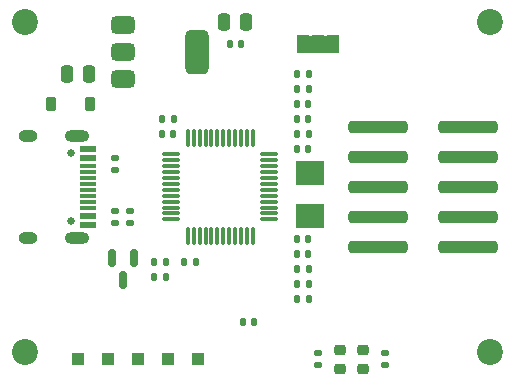
<source format=gbr>
G04 #@! TF.GenerationSoftware,KiCad,Pcbnew,9.0.2+dfsg-1*
G04 #@! TF.CreationDate,2025-08-10T10:43:45+08:00*
G04 #@! TF.ProjectId,stlink,73746c69-6e6b-42e6-9b69-6361645f7063,a*
G04 #@! TF.SameCoordinates,Original*
G04 #@! TF.FileFunction,Soldermask,Top*
G04 #@! TF.FilePolarity,Negative*
%FSLAX46Y46*%
G04 Gerber Fmt 4.6, Leading zero omitted, Abs format (unit mm)*
G04 Created by KiCad (PCBNEW 9.0.2+dfsg-1) date 2025-08-10 10:43:45*
%MOMM*%
%LPD*%
G01*
G04 APERTURE LIST*
G04 Aperture macros list*
%AMRoundRect*
0 Rectangle with rounded corners*
0 $1 Rounding radius*
0 $2 $3 $4 $5 $6 $7 $8 $9 X,Y pos of 4 corners*
0 Add a 4 corners polygon primitive as box body*
4,1,4,$2,$3,$4,$5,$6,$7,$8,$9,$2,$3,0*
0 Add four circle primitives for the rounded corners*
1,1,$1+$1,$2,$3*
1,1,$1+$1,$4,$5*
1,1,$1+$1,$6,$7*
1,1,$1+$1,$8,$9*
0 Add four rect primitives between the rounded corners*
20,1,$1+$1,$2,$3,$4,$5,0*
20,1,$1+$1,$4,$5,$6,$7,0*
20,1,$1+$1,$6,$7,$8,$9,0*
20,1,$1+$1,$8,$9,$2,$3,0*%
G04 Aperture macros list end*
%ADD10RoundRect,0.250000X0.250000X0.475000X-0.250000X0.475000X-0.250000X-0.475000X0.250000X-0.475000X0*%
%ADD11RoundRect,0.250000X-0.250000X-0.475000X0.250000X-0.475000X0.250000X0.475000X-0.250000X0.475000X0*%
%ADD12RoundRect,0.135000X-0.185000X0.135000X-0.185000X-0.135000X0.185000X-0.135000X0.185000X0.135000X0*%
%ADD13RoundRect,0.140000X-0.140000X-0.170000X0.140000X-0.170000X0.140000X0.170000X-0.140000X0.170000X0*%
%ADD14RoundRect,0.140000X0.140000X0.170000X-0.140000X0.170000X-0.140000X-0.170000X0.140000X-0.170000X0*%
%ADD15RoundRect,0.250000X-2.250000X-0.260000X2.250000X-0.260000X2.250000X0.260000X-2.250000X0.260000X0*%
%ADD16RoundRect,0.218750X-0.256250X0.218750X-0.256250X-0.218750X0.256250X-0.218750X0.256250X0.218750X0*%
%ADD17RoundRect,0.218750X0.256250X-0.218750X0.256250X0.218750X-0.256250X0.218750X-0.256250X-0.218750X0*%
%ADD18RoundRect,0.135000X0.185000X-0.135000X0.185000X0.135000X-0.185000X0.135000X-0.185000X-0.135000X0*%
%ADD19R,1.000000X1.000000*%
%ADD20RoundRect,0.225000X0.225000X0.375000X-0.225000X0.375000X-0.225000X-0.375000X0.225000X-0.375000X0*%
%ADD21RoundRect,0.075000X0.662500X0.075000X-0.662500X0.075000X-0.662500X-0.075000X0.662500X-0.075000X0*%
%ADD22RoundRect,0.075000X0.075000X0.662500X-0.075000X0.662500X-0.075000X-0.662500X0.075000X-0.662500X0*%
%ADD23RoundRect,0.135000X-0.135000X-0.185000X0.135000X-0.185000X0.135000X0.185000X-0.135000X0.185000X0*%
%ADD24RoundRect,0.135000X0.135000X0.185000X-0.135000X0.185000X-0.135000X-0.185000X0.135000X-0.185000X0*%
%ADD25RoundRect,0.150000X-0.150000X0.587500X-0.150000X-0.587500X0.150000X-0.587500X0.150000X0.587500X0*%
%ADD26R,2.400000X2.000000*%
%ADD27R,1.000000X1.500000*%
%ADD28C,2.200000*%
%ADD29C,0.650000*%
%ADD30R,1.450000X0.600000*%
%ADD31R,1.450000X0.300000*%
%ADD32O,2.100000X1.000000*%
%ADD33O,1.600000X1.000000*%
%ADD34RoundRect,0.375000X-0.625000X-0.375000X0.625000X-0.375000X0.625000X0.375000X-0.625000X0.375000X0*%
%ADD35RoundRect,0.500000X-0.500000X-1.400000X0.500000X-1.400000X0.500000X1.400000X-0.500000X1.400000X0*%
G04 APERTURE END LIST*
G04 #@! TO.C,JP1*
G36*
X128135000Y-76085000D02*
G01*
X129735000Y-76085000D01*
X129735000Y-77585000D01*
X128135000Y-77585000D01*
X128135000Y-76085000D01*
G37*
G04 #@! TD*
D10*
G04 #@! TO.C,C4*
X109535000Y-79375000D03*
X107635000Y-79375000D03*
G04 #@! TD*
D11*
G04 #@! TO.C,C5*
X120970000Y-74930000D03*
X122870000Y-74930000D03*
G04 #@! TD*
D12*
G04 #@! TO.C,R5*
X113030000Y-90930000D03*
X113030000Y-91950000D03*
G04 #@! TD*
D13*
G04 #@! TO.C,C6*
X127155000Y-94615000D03*
X128115000Y-94615000D03*
G04 #@! TD*
G04 #@! TO.C,C7*
X127155000Y-81915000D03*
X128115000Y-81915000D03*
G04 #@! TD*
D14*
G04 #@! TO.C,C8*
X116685000Y-84455000D03*
X115725000Y-84455000D03*
G04 #@! TD*
G04 #@! TO.C,C9*
X123515000Y-100330000D03*
X122555000Y-100330000D03*
G04 #@! TD*
D15*
G04 #@! TO.C,J2*
X133995000Y-83820000D03*
X141595000Y-83820000D03*
X133995000Y-86360000D03*
X141595000Y-86360000D03*
X133995000Y-88900000D03*
X141595000Y-88900000D03*
X133995000Y-91440000D03*
X141595000Y-91440000D03*
X133995000Y-93980000D03*
X141595000Y-93980000D03*
G04 #@! TD*
D13*
G04 #@! TO.C,C2*
X127155000Y-93345000D03*
X128115000Y-93345000D03*
G04 #@! TD*
G04 #@! TO.C,C3*
X127155000Y-85725000D03*
X128115000Y-85725000D03*
G04 #@! TD*
D16*
G04 #@! TO.C,D2*
X132715000Y-102717500D03*
X132715000Y-104292500D03*
G04 #@! TD*
D17*
G04 #@! TO.C,D3*
X130810000Y-104292500D03*
X130810000Y-102717500D03*
G04 #@! TD*
D18*
G04 #@! TO.C,R14*
X134620000Y-104015000D03*
X134620000Y-102995000D03*
G04 #@! TD*
D19*
G04 #@! TO.C,TP3*
X113665000Y-103505000D03*
G04 #@! TD*
D20*
G04 #@! TO.C,D1*
X109600000Y-81915000D03*
X106300000Y-81915000D03*
G04 #@! TD*
D21*
G04 #@! TO.C,U1*
X124812500Y-91650000D03*
X124812500Y-91150000D03*
X124812500Y-90650000D03*
X124812500Y-90150000D03*
X124812500Y-89650000D03*
X124812500Y-89150000D03*
X124812500Y-88650000D03*
X124812500Y-88150000D03*
X124812500Y-87650000D03*
X124812500Y-87150000D03*
X124812500Y-86650000D03*
X124812500Y-86150000D03*
D22*
X123400000Y-84737500D03*
X122900000Y-84737500D03*
X122400000Y-84737500D03*
X121900000Y-84737500D03*
X121400000Y-84737500D03*
X120900000Y-84737500D03*
X120400000Y-84737500D03*
X119900000Y-84737500D03*
X119400000Y-84737500D03*
X118900000Y-84737500D03*
X118400000Y-84737500D03*
X117900000Y-84737500D03*
D21*
X116487500Y-86150000D03*
X116487500Y-86650000D03*
X116487500Y-87150000D03*
X116487500Y-87650000D03*
X116487500Y-88150000D03*
X116487500Y-88650000D03*
X116487500Y-89150000D03*
X116487500Y-89650000D03*
X116487500Y-90150000D03*
X116487500Y-90650000D03*
X116487500Y-91150000D03*
X116487500Y-91650000D03*
D22*
X117900000Y-93062500D03*
X118400000Y-93062500D03*
X118900000Y-93062500D03*
X119400000Y-93062500D03*
X119900000Y-93062500D03*
X120400000Y-93062500D03*
X120900000Y-93062500D03*
X121400000Y-93062500D03*
X121900000Y-93062500D03*
X122400000Y-93062500D03*
X122900000Y-93062500D03*
X123400000Y-93062500D03*
G04 #@! TD*
D13*
G04 #@! TO.C,C1*
X127155000Y-83185000D03*
X128115000Y-83185000D03*
G04 #@! TD*
D23*
G04 #@! TO.C,R1*
X127125000Y-84455000D03*
X128145000Y-84455000D03*
G04 #@! TD*
D24*
G04 #@! TO.C,R2*
X128145000Y-98425000D03*
X127125000Y-98425000D03*
G04 #@! TD*
G04 #@! TO.C,R11*
X116715000Y-83185000D03*
X115695000Y-83185000D03*
G04 #@! TD*
D25*
G04 #@! TO.C,Q1*
X113345000Y-94947500D03*
X111445000Y-94947500D03*
X112395000Y-96822500D03*
G04 #@! TD*
D24*
G04 #@! TO.C,R8*
X116080000Y-96520000D03*
X115060000Y-96520000D03*
G04 #@! TD*
D23*
G04 #@! TO.C,R9*
X115060000Y-95250000D03*
X116080000Y-95250000D03*
G04 #@! TD*
D19*
G04 #@! TO.C,TP1*
X116205000Y-103505000D03*
G04 #@! TD*
G04 #@! TO.C,TP4*
X118745000Y-103505000D03*
G04 #@! TD*
G04 #@! TO.C,TP5*
X108585000Y-103505000D03*
G04 #@! TD*
D24*
G04 #@! TO.C,R6*
X128145000Y-97155000D03*
X127125000Y-97155000D03*
G04 #@! TD*
G04 #@! TO.C,R7*
X128145000Y-95885000D03*
X127125000Y-95885000D03*
G04 #@! TD*
D23*
G04 #@! TO.C,R12*
X127125000Y-79375000D03*
X128145000Y-79375000D03*
G04 #@! TD*
D19*
G04 #@! TO.C,TP2*
X111125000Y-103505000D03*
G04 #@! TD*
D24*
G04 #@! TO.C,R10*
X118620000Y-95250000D03*
X117600000Y-95250000D03*
G04 #@! TD*
D26*
G04 #@! TO.C,Y1*
X128270000Y-91385000D03*
X128270000Y-87685000D03*
G04 #@! TD*
D12*
G04 #@! TO.C,R15*
X128905000Y-102995000D03*
X128905000Y-104015000D03*
G04 #@! TD*
D27*
G04 #@! TO.C,JP1*
X127635000Y-76835000D03*
X128935000Y-76835000D03*
X130235000Y-76835000D03*
G04 #@! TD*
D24*
G04 #@! TO.C,R13*
X128145000Y-80645000D03*
X127125000Y-80645000D03*
G04 #@! TD*
D28*
G04 #@! TO.C,H1*
X104140000Y-102870000D03*
G04 #@! TD*
D18*
G04 #@! TO.C,R3*
X111760000Y-91950000D03*
X111760000Y-90930000D03*
G04 #@! TD*
D29*
G04 #@! TO.C,J1*
X108010000Y-86010000D03*
X108010000Y-91790000D03*
D30*
X109455000Y-85650000D03*
X109455000Y-86450000D03*
D31*
X109455000Y-87650000D03*
X109455000Y-88650000D03*
X109455000Y-89150000D03*
X109455000Y-90150000D03*
D30*
X109455000Y-91350000D03*
X109455000Y-92150000D03*
X109455000Y-92150000D03*
X109455000Y-91350000D03*
D31*
X109455000Y-90650000D03*
X109455000Y-89650000D03*
X109455000Y-88150000D03*
X109455000Y-87150000D03*
D30*
X109455000Y-86450000D03*
X109455000Y-85650000D03*
D32*
X108540000Y-84580000D03*
D33*
X104360000Y-84580000D03*
D32*
X108540000Y-93220000D03*
D33*
X104360000Y-93220000D03*
G04 #@! TD*
D28*
G04 #@! TO.C,H4*
X104140000Y-74930000D03*
G04 #@! TD*
G04 #@! TO.C,H3*
X143510000Y-74930000D03*
G04 #@! TD*
D13*
G04 #@! TO.C,C10*
X121440000Y-76835000D03*
X122400000Y-76835000D03*
G04 #@! TD*
D12*
G04 #@! TO.C,R4*
X111760000Y-86485000D03*
X111760000Y-87505000D03*
G04 #@! TD*
D28*
G04 #@! TO.C,H2*
X143510000Y-102870000D03*
G04 #@! TD*
D34*
G04 #@! TO.C,U3*
X112420000Y-75170000D03*
X112420000Y-77470000D03*
D35*
X118720000Y-77470000D03*
D34*
X112420000Y-79770000D03*
G04 #@! TD*
M02*

</source>
